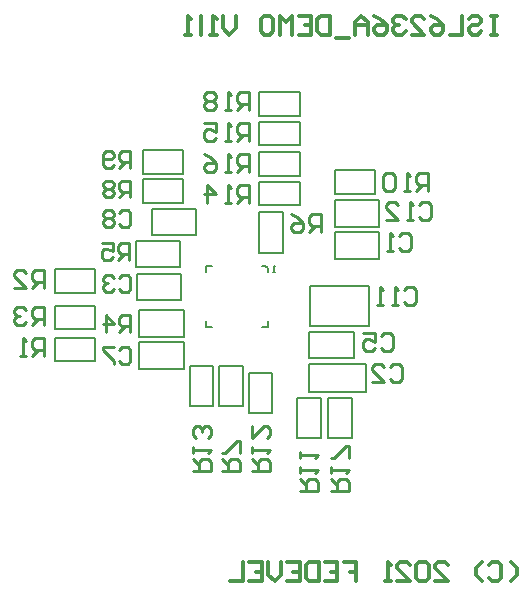
<source format=gbo>
G04*
G04 #@! TF.GenerationSoftware,Altium Limited,Altium Designer,20.0.13 (296)*
G04*
G04 Layer_Color=32896*
%FSLAX44Y44*%
%MOMM*%
G71*
G01*
G75*
%ADD10C,0.2000*%
%ADD11C,0.1500*%
%ADD12C,0.2540*%
%ADD44C,0.3000*%
D10*
X165204Y246824D02*
Y256464D01*
Y246824D02*
X202796D01*
Y269176D01*
X165204D02*
X202796D01*
X165204Y256464D02*
Y269176D01*
X348796Y210536D02*
Y220176D01*
X311204D02*
X348796D01*
X311204Y197824D02*
Y220176D01*
Y197824D02*
X348796D01*
Y210536D01*
X359000Y169000D02*
Y193000D01*
X311000D02*
X359000D01*
X311000Y169000D02*
Y193000D01*
Y169000D02*
X359000D01*
X301000Y130000D02*
Y164000D01*
Y130000D02*
X321000D01*
Y164000D01*
X301000D02*
X321000D01*
X347000Y130000D02*
Y164000D01*
X327000D02*
X347000D01*
X327000Y130000D02*
Y164000D01*
Y130000D02*
X347000D01*
X210000Y157000D02*
Y191000D01*
Y157000D02*
X230000D01*
Y191000D01*
X210000D02*
X230000D01*
X280000Y151000D02*
Y185000D01*
X260000D02*
X280000D01*
X260000Y151000D02*
Y185000D01*
Y151000D02*
X280000D01*
X96000Y195000D02*
X130000D01*
Y215000D01*
X96000D02*
X130000D01*
X96000Y195000D02*
Y215000D01*
Y242000D02*
X130000D01*
X96000Y222000D02*
Y242000D01*
Y222000D02*
X130000D01*
Y242000D01*
X96000Y253000D02*
X130000D01*
Y273000D01*
X96000D02*
X130000D01*
X96000Y253000D02*
Y273000D01*
X370296Y294536D02*
Y304176D01*
X332704D02*
X370296D01*
X332704Y281824D02*
Y304176D01*
Y281824D02*
X370296D01*
Y294536D01*
X332704Y308824D02*
Y318464D01*
Y308824D02*
X370296D01*
Y331176D01*
X332704D02*
X370296D01*
X332704Y318464D02*
Y331176D01*
X333000Y357000D02*
X367000D01*
X333000Y337000D02*
Y357000D01*
Y337000D02*
X367000D01*
Y357000D01*
X170000Y354000D02*
X204000D01*
Y374000D01*
X170000D02*
X204000D01*
X170000Y354000D02*
Y374000D01*
Y329000D02*
X204000D01*
Y349000D01*
X170000D02*
X204000D01*
X170000Y329000D02*
Y349000D01*
X269000Y287000D02*
Y321000D01*
Y287000D02*
X289000D01*
Y321000D01*
X269000D02*
X289000D01*
X269000Y372000D02*
X303000D01*
X269000Y352000D02*
Y372000D01*
Y352000D02*
X303000D01*
Y372000D01*
X269000Y398000D02*
X303000D01*
X269000Y378000D02*
Y398000D01*
Y378000D02*
X303000D01*
Y398000D01*
X269000Y403000D02*
X303000D01*
Y423000D01*
X269000D02*
X303000D01*
X269000Y403000D02*
Y423000D01*
Y347000D02*
X303000D01*
X269000Y327000D02*
Y347000D01*
Y327000D02*
X303000D01*
Y347000D01*
X235000Y191000D02*
X255000D01*
Y157000D02*
Y191000D01*
X235000Y157000D02*
X255000D01*
X235000D02*
Y191000D01*
X276000Y271000D02*
Y274000D01*
Y224000D02*
Y229000D01*
X271000Y224000D02*
X276000D01*
X224000D02*
X229000D01*
X224000D02*
Y229000D01*
Y271000D02*
Y276000D01*
X229000D01*
X271000D02*
X274000D01*
X276000Y274000D01*
X312000Y259000D02*
X362000D01*
Y225000D02*
Y259000D01*
X312000Y225000D02*
X362000D01*
X312000D02*
Y259000D01*
X177607Y311464D02*
Y324176D01*
X215199D01*
Y301824D02*
Y324176D01*
X177607Y301824D02*
X215199D01*
X177607D02*
Y311464D01*
X204796Y188824D02*
Y201536D01*
X167204Y188824D02*
X204796D01*
X167204D02*
Y211176D01*
X204796D01*
Y201536D02*
Y211176D01*
X167204Y225464D02*
Y238176D01*
X204796D01*
Y215824D02*
Y238176D01*
X167204Y215824D02*
X204796D01*
X167204D02*
Y225464D01*
X201960Y274840D02*
Y287552D01*
X164368Y274840D02*
X201960D01*
X164368D02*
Y297192D01*
X201960D01*
Y287552D02*
Y297192D01*
D11*
X282500Y270500D02*
X280834D01*
X281667D01*
Y275498D01*
X282500Y274665D01*
D12*
X403887Y327078D02*
X406426Y329618D01*
X411505D01*
X414044Y327078D01*
Y316922D01*
X411505Y314382D01*
X406426D01*
X403887Y316922D01*
X398809Y314382D02*
X393730D01*
X396270D01*
Y329618D01*
X398809Y327078D01*
X375956Y314382D02*
X386113D01*
X375956Y324539D01*
Y327078D01*
X378495Y329618D01*
X383574D01*
X386113Y327078D01*
X260297Y407383D02*
Y422617D01*
X252679D01*
X250140Y420078D01*
Y415000D01*
X252679Y412461D01*
X260297D01*
X255218D02*
X250140Y407383D01*
X245062D02*
X239983D01*
X242522D01*
Y422617D01*
X245062Y420078D01*
X232366D02*
X229827Y422617D01*
X224748D01*
X222209Y420078D01*
Y417539D01*
X224748Y415000D01*
X222209Y412461D01*
Y409922D01*
X224748Y407383D01*
X229827D01*
X232366Y409922D01*
Y412461D01*
X229827Y415000D01*
X232366Y417539D01*
Y420078D01*
X229827Y415000D02*
X224748D01*
X329383Y84956D02*
X344618D01*
Y92574D01*
X342078Y95113D01*
X337000D01*
X334461Y92574D01*
Y84956D01*
Y90035D02*
X329383Y95113D01*
Y100191D02*
Y105270D01*
Y102730D01*
X344618D01*
X342078Y100191D01*
X344618Y112887D02*
Y123044D01*
X342078D01*
X331922Y112887D01*
X329383D01*
X260044Y355382D02*
Y370617D01*
X252426D01*
X249887Y368078D01*
Y363000D01*
X252426Y360461D01*
X260044D01*
X254965D02*
X249887Y355382D01*
X244809D02*
X239730D01*
X242270D01*
Y370617D01*
X244809Y368078D01*
X221956Y370617D02*
X227034Y368078D01*
X232113Y363000D01*
Y357922D01*
X229574Y355382D01*
X224495D01*
X221956Y357922D01*
Y360461D01*
X224495Y363000D01*
X232113D01*
X260044Y381382D02*
Y396618D01*
X252426D01*
X249887Y394078D01*
Y389000D01*
X252426Y386461D01*
X260044D01*
X254965D02*
X249887Y381382D01*
X244809D02*
X239730D01*
X242270D01*
Y396618D01*
X244809Y394078D01*
X221956Y396618D02*
X232113D01*
Y389000D01*
X227034Y391539D01*
X224495D01*
X221956Y389000D01*
Y383922D01*
X224495Y381382D01*
X229574D01*
X232113Y383922D01*
X260297Y329383D02*
Y344618D01*
X252679D01*
X250140Y342078D01*
Y337000D01*
X252679Y334461D01*
X260297D01*
X255218D02*
X250140Y329383D01*
X245062D02*
X239983D01*
X242522D01*
Y344618D01*
X245062Y342078D01*
X224748Y329383D02*
Y344618D01*
X232366Y337000D01*
X222209D01*
X212383Y101956D02*
X227617D01*
Y109574D01*
X225078Y112113D01*
X220000D01*
X217461Y109574D01*
Y101956D01*
Y107035D02*
X212383Y112113D01*
Y117191D02*
Y122270D01*
Y119730D01*
X227617D01*
X225078Y117191D01*
Y129887D02*
X227617Y132426D01*
Y137505D01*
X225078Y140044D01*
X222539D01*
X220000Y137505D01*
Y134965D01*
Y137505D01*
X217461Y140044D01*
X214922D01*
X212383Y137505D01*
Y132426D01*
X214922Y129887D01*
X262379Y101960D02*
X277614Y101957D01*
X277615Y109574D01*
X275077Y112114D01*
X269998Y112115D01*
X267458Y109576D01*
X267457Y101959D01*
X267458Y107037D02*
X262381Y112116D01*
X262382Y117195D02*
X262383Y122273D01*
X262382Y119734D01*
X277617Y119731D01*
X275078Y117192D01*
X262386Y140048D02*
X262384Y129891D01*
X272543Y140045D01*
X275082Y140045D01*
X277621Y137505D01*
X277620Y132427D01*
X275080Y129888D01*
X303230Y85121D02*
X318464Y84980D01*
X318535Y92597D01*
X316019Y95159D01*
X310941Y95206D01*
X308379Y92691D01*
X308308Y85074D01*
X308355Y90152D02*
X303324Y95277D01*
X303371Y100355D02*
X303418Y105433D01*
X303395Y102894D01*
X318629Y102753D01*
X316066Y100238D01*
X303489Y113050D02*
X303536Y118128D01*
X303512Y115590D01*
X318747Y115448D01*
X316184Y112933D01*
X412044Y339383D02*
Y354618D01*
X404426D01*
X401887Y352078D01*
Y347000D01*
X404426Y344461D01*
X412044D01*
X406965D02*
X401887Y339383D01*
X396809D02*
X391730D01*
X394270D01*
Y354618D01*
X396809Y352078D01*
X384113D02*
X381574Y354618D01*
X376495D01*
X373956Y352078D01*
Y341922D01*
X376495Y339383D01*
X381574D01*
X384113Y341922D01*
Y352078D01*
X159663Y359002D02*
Y372998D01*
X152665D01*
X150333Y370665D01*
Y366000D01*
X152665Y363667D01*
X159663D01*
X154998D02*
X150333Y359002D01*
X145667Y361335D02*
X143335Y359002D01*
X138670D01*
X136337Y361335D01*
Y370665D01*
X138670Y372998D01*
X143335D01*
X145667Y370665D01*
Y368333D01*
X143335Y366000D01*
X136337D01*
X159663Y334002D02*
Y347998D01*
X152665D01*
X150333Y345665D01*
Y341000D01*
X152665Y338667D01*
X159663D01*
X154998D02*
X150333Y334002D01*
X145667Y345665D02*
X143335Y347998D01*
X138670D01*
X136337Y345665D01*
Y343333D01*
X138670Y341000D01*
X136337Y338667D01*
Y336335D01*
X138670Y334002D01*
X143335D01*
X145667Y336335D01*
Y338667D01*
X143335Y341000D01*
X145667Y343333D01*
Y345665D01*
X143335Y341000D02*
X138670D01*
X237472Y101974D02*
X252707Y102081D01*
X252653Y109698D01*
X250096Y112220D01*
X245018Y112184D01*
X242497Y109627D01*
X242550Y102010D01*
X242514Y107088D02*
X237400Y112130D01*
X252600Y117316D02*
X252528Y127472D01*
X249989Y127455D01*
X239904Y117226D01*
X237365Y117209D01*
X320696Y304382D02*
Y319618D01*
X313078D01*
X310539Y317078D01*
Y312000D01*
X313078Y309461D01*
X320696D01*
X315618D02*
X310539Y304382D01*
X295304Y319618D02*
X300382Y317078D01*
X305461Y312000D01*
Y306922D01*
X302922Y304382D01*
X297843D01*
X295304Y306922D01*
Y309461D01*
X297843Y312000D01*
X305461D01*
X158663Y281002D02*
Y294998D01*
X151665D01*
X149333Y292665D01*
Y288000D01*
X151665Y285667D01*
X158663D01*
X153998D02*
X149333Y281002D01*
X135337Y294998D02*
X144667D01*
Y288000D01*
X140002Y290333D01*
X137670D01*
X135337Y288000D01*
Y283335D01*
X137670Y281002D01*
X142335D01*
X144667Y283335D01*
X159663Y220002D02*
Y233998D01*
X152665D01*
X150333Y231665D01*
Y227000D01*
X152665Y224667D01*
X159663D01*
X154998D02*
X150333Y220002D01*
X138670D02*
Y233998D01*
X145667Y227000D01*
X136337D01*
X86696Y225382D02*
Y240618D01*
X79078D01*
X76539Y238078D01*
Y233000D01*
X79078Y230461D01*
X86696D01*
X81617D02*
X76539Y225382D01*
X71461Y238078D02*
X68922Y240618D01*
X63843D01*
X61304Y238078D01*
Y235539D01*
X63843Y233000D01*
X66382D01*
X63843D01*
X61304Y230461D01*
Y227922D01*
X63843Y225382D01*
X68922D01*
X71461Y227922D01*
X86696Y257383D02*
Y272617D01*
X79078D01*
X76539Y270078D01*
Y265000D01*
X79078Y262461D01*
X86696D01*
X81617D02*
X76539Y257383D01*
X61304D02*
X71461D01*
X61304Y267539D01*
Y270078D01*
X63843Y272617D01*
X68922D01*
X71461Y270078D01*
X86696Y199382D02*
Y214618D01*
X79078D01*
X76539Y212078D01*
Y207000D01*
X79078Y204461D01*
X86696D01*
X81617D02*
X76539Y199382D01*
X71461D02*
X66382D01*
X68922D01*
Y214618D01*
X71461Y212078D01*
X391348Y255078D02*
X393887Y257617D01*
X398965D01*
X401505Y255078D01*
Y244922D01*
X398965Y242383D01*
X393887D01*
X391348Y244922D01*
X386270Y242383D02*
X381191D01*
X383730D01*
Y257617D01*
X386270Y255078D01*
X373574Y242383D02*
X368495D01*
X371035D01*
Y257617D01*
X373574Y255078D01*
X150333Y311335D02*
X152665Y309002D01*
X157330D01*
X159663Y311335D01*
Y320665D01*
X157330Y322998D01*
X152665D01*
X150333Y320665D01*
X145667Y311335D02*
X143335Y309002D01*
X138670D01*
X136337Y311335D01*
Y313667D01*
X138670Y316000D01*
X136337Y318333D01*
Y320665D01*
X138670Y322998D01*
X143335D01*
X145667Y320665D01*
Y318333D01*
X143335Y316000D01*
X145667Y313667D01*
Y311335D01*
X143335Y316000D02*
X138670D01*
X150333Y204665D02*
X152665Y206998D01*
X157330D01*
X159663Y204665D01*
Y195335D01*
X157330Y193002D01*
X152665D01*
X150333Y195335D01*
X145667Y206998D02*
X136337D01*
Y204665D01*
X145667Y195335D01*
Y193002D01*
X371539Y216078D02*
X374078Y218617D01*
X379157D01*
X381696Y216078D01*
Y205922D01*
X379157Y203382D01*
X374078D01*
X371539Y205922D01*
X356304Y218617D02*
X366461D01*
Y211000D01*
X361382Y213539D01*
X358843D01*
X356304Y211000D01*
Y205922D01*
X358843Y203382D01*
X363922D01*
X366461Y205922D01*
X150333Y265665D02*
X152665Y267998D01*
X157330D01*
X159663Y265665D01*
Y256335D01*
X157330Y254002D01*
X152665D01*
X150333Y256335D01*
X145667Y265665D02*
X143335Y267998D01*
X138670D01*
X136337Y265665D01*
Y263333D01*
X138670Y261000D01*
X141002D01*
X138670D01*
X136337Y258668D01*
Y256335D01*
X138670Y254002D01*
X143335D01*
X145667Y256335D01*
X379539Y190078D02*
X382078Y192617D01*
X387157D01*
X389696Y190078D01*
Y179922D01*
X387157Y177383D01*
X382078D01*
X379539Y179922D01*
X364304Y177383D02*
X374461D01*
X364304Y187539D01*
Y190078D01*
X366843Y192617D01*
X371922D01*
X374461Y190078D01*
X387000Y301078D02*
X389539Y303617D01*
X394618D01*
X397157Y301078D01*
Y290922D01*
X394618Y288382D01*
X389539D01*
X387000Y290922D01*
X381922Y288382D02*
X376843D01*
X379382D01*
Y303617D01*
X381922Y301078D01*
D44*
X481668Y9000D02*
X487000Y14332D01*
Y19663D01*
X481668Y24995D01*
X463008Y22329D02*
X465674Y24995D01*
X471005D01*
X473671Y22329D01*
Y11666D01*
X471005Y9000D01*
X465674D01*
X463008Y11666D01*
X457676Y9000D02*
X452345Y14332D01*
Y19663D01*
X457676Y24995D01*
X417689Y9000D02*
X428352D01*
X417689Y19663D01*
Y22329D01*
X420355Y24995D01*
X425687D01*
X428352Y22329D01*
X412358D02*
X409692Y24995D01*
X404360D01*
X401694Y22329D01*
Y11666D01*
X404360Y9000D01*
X409692D01*
X412358Y11666D01*
Y22329D01*
X385700Y9000D02*
X396363D01*
X385700Y19663D01*
Y22329D01*
X388365Y24995D01*
X393697D01*
X396363Y22329D01*
X380368Y9000D02*
X375036D01*
X377702D01*
Y24995D01*
X380368Y22329D01*
X340381Y24995D02*
X351044D01*
Y16997D01*
X345713D01*
X351044D01*
Y9000D01*
X324386Y24995D02*
X335049D01*
Y9000D01*
X324386D01*
X335049Y16997D02*
X329718D01*
X319055Y24995D02*
Y9000D01*
X311057D01*
X308391Y11666D01*
Y22329D01*
X311057Y24995D01*
X319055D01*
X292397D02*
X303060D01*
Y9000D01*
X292397D01*
X303060Y16997D02*
X297728D01*
X287065Y24995D02*
Y14332D01*
X281733Y9000D01*
X276402Y14332D01*
Y24995D01*
X260407D02*
X271070D01*
Y9000D01*
X260407D01*
X271070Y16997D02*
X265739D01*
X255075Y24995D02*
Y9000D01*
X244412D01*
X470000Y487661D02*
X464668D01*
X467334D01*
Y471666D01*
X470000D01*
X464668D01*
X446008Y484995D02*
X448674Y487661D01*
X454005D01*
X456671Y484995D01*
Y482329D01*
X454005Y479663D01*
X448674D01*
X446008Y476997D01*
Y474332D01*
X448674Y471666D01*
X454005D01*
X456671Y474332D01*
X440676Y487661D02*
Y471666D01*
X430013D01*
X414018Y487661D02*
X419350Y484995D01*
X424681Y479663D01*
Y474332D01*
X422016Y471666D01*
X416684D01*
X414018Y474332D01*
Y476997D01*
X416684Y479663D01*
X424681D01*
X398023Y471666D02*
X408687D01*
X398023Y482329D01*
Y484995D01*
X400689Y487661D01*
X406021D01*
X408687Y484995D01*
X392692D02*
X390026Y487661D01*
X384694D01*
X382029Y484995D01*
Y482329D01*
X384694Y479663D01*
X387360D01*
X384694D01*
X382029Y476997D01*
Y474332D01*
X384694Y471666D01*
X390026D01*
X392692Y474332D01*
X366034Y487661D02*
X371365Y484995D01*
X376697Y479663D01*
Y474332D01*
X374031Y471666D01*
X368699D01*
X366034Y474332D01*
Y476997D01*
X368699Y479663D01*
X376697D01*
X360702Y471666D02*
Y482329D01*
X355370Y487661D01*
X350039Y482329D01*
Y471666D01*
Y479663D01*
X360702D01*
X344707Y469000D02*
X334044D01*
X328713Y487661D02*
Y471666D01*
X320715D01*
X318049Y474332D01*
Y484995D01*
X320715Y487661D01*
X328713D01*
X302055D02*
X312718D01*
Y471666D01*
X302055D01*
X312718Y479663D02*
X307386D01*
X296723Y471666D02*
Y487661D01*
X291391Y482329D01*
X286060Y487661D01*
Y471666D01*
X272731Y487661D02*
X278062D01*
X280728Y484995D01*
Y474332D01*
X278062Y471666D01*
X272731D01*
X270065Y474332D01*
Y484995D01*
X272731Y487661D01*
X248738D02*
Y476997D01*
X243407Y471666D01*
X238075Y476997D01*
Y487661D01*
X232744Y471666D02*
X227412D01*
X230078D01*
Y487661D01*
X232744Y484995D01*
X219415Y487661D02*
Y471666D01*
X211417D02*
X206086D01*
X208751D01*
Y487661D01*
X211417Y484995D01*
M02*

</source>
